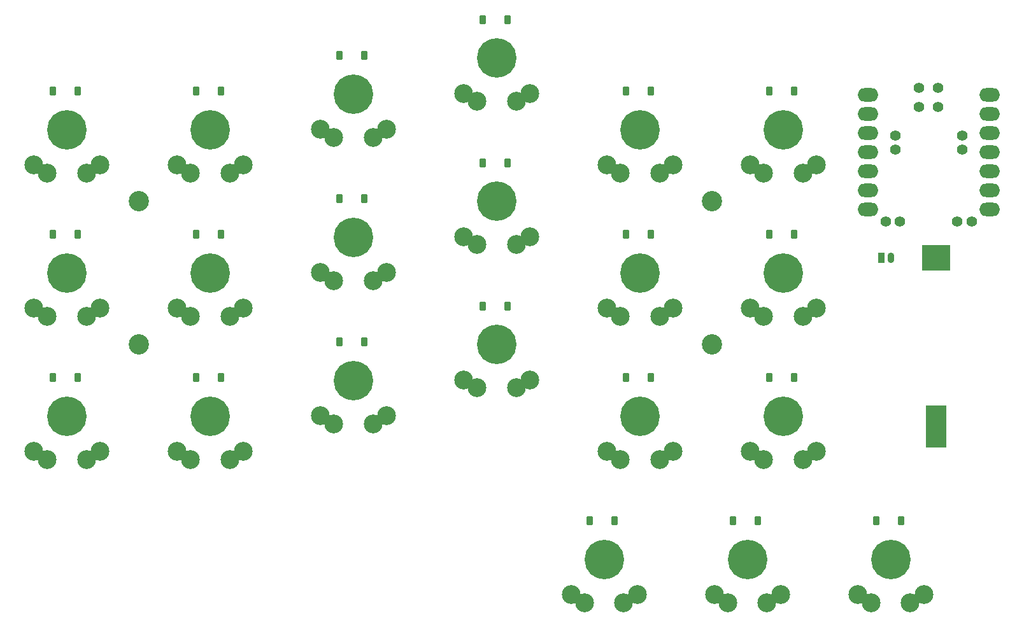
<source format=gbr>
%TF.GenerationSoftware,KiCad,Pcbnew,7.0.6*%
%TF.CreationDate,2023-09-12T11:18:07+08:00*%
%TF.ProjectId,kbv2,6b627632-2e6b-4696-9361-645f70636258,rev?*%
%TF.SameCoordinates,Original*%
%TF.FileFunction,Soldermask,Top*%
%TF.FilePolarity,Negative*%
%FSLAX46Y46*%
G04 Gerber Fmt 4.6, Leading zero omitted, Abs format (unit mm)*
G04 Created by KiCad (PCBNEW 7.0.6) date 2023-09-12 11:18:07*
%MOMM*%
%LPD*%
G01*
G04 APERTURE LIST*
G04 Aperture macros list*
%AMRoundRect*
0 Rectangle with rounded corners*
0 $1 Rounding radius*
0 $2 $3 $4 $5 $6 $7 $8 $9 X,Y pos of 4 corners*
0 Add a 4 corners polygon primitive as box body*
4,1,4,$2,$3,$4,$5,$6,$7,$8,$9,$2,$3,0*
0 Add four circle primitives for the rounded corners*
1,1,$1+$1,$2,$3*
1,1,$1+$1,$4,$5*
1,1,$1+$1,$6,$7*
1,1,$1+$1,$8,$9*
0 Add four rect primitives between the rounded corners*
20,1,$1+$1,$2,$3,$4,$5,0*
20,1,$1+$1,$4,$5,$6,$7,0*
20,1,$1+$1,$6,$7,$8,$9,0*
20,1,$1+$1,$8,$9,$2,$3,0*%
G04 Aperture macros list end*
%ADD10C,5.250000*%
%ADD11C,2.500000*%
%ADD12RoundRect,0.225000X-0.225000X-0.375000X0.225000X-0.375000X0.225000X0.375000X-0.225000X0.375000X0*%
%ADD13C,2.700000*%
%ADD14O,2.750000X1.800000*%
%ADD15C,1.397000*%
%ADD16RoundRect,0.225000X-0.225000X-0.475000X0.225000X-0.475000X0.225000X0.475000X-0.225000X0.475000X0*%
%ADD17O,0.900000X1.400000*%
%ADD18R,2.800000X5.700000*%
%ADD19R,3.800000X3.500000*%
G04 APERTURE END LIST*
D10*
%TO.C,K8*%
X155753125Y-87118750D03*
D11*
X151353125Y-91818750D03*
X153153125Y-92868750D03*
X158353125Y-92868750D03*
X160153125Y-91818750D03*
D12*
X157153125Y-81968750D03*
X153853125Y-81968750D03*
%TD*%
D10*
%TO.C,K7*%
X174803125Y-87118750D03*
D11*
X170403125Y-91818750D03*
X172203125Y-92868750D03*
X177403125Y-92868750D03*
X179203125Y-91818750D03*
D12*
X176203125Y-81968750D03*
X172903125Y-81968750D03*
%TD*%
D10*
%TO.C,K15*%
X136703125Y-96643750D03*
D11*
X132303125Y-101343750D03*
X134103125Y-102393750D03*
X139303125Y-102393750D03*
X141103125Y-101343750D03*
D12*
X138103125Y-91493750D03*
X134803125Y-91493750D03*
%TD*%
D10*
%TO.C,K19*%
X189090625Y-125218750D03*
D11*
X184690625Y-129918750D03*
X186490625Y-130968750D03*
X191690625Y-130968750D03*
X193490625Y-129918750D03*
D12*
X190490625Y-120068750D03*
X187190625Y-120068750D03*
%TD*%
D10*
%TO.C,K20*%
X170040625Y-125218750D03*
D11*
X165640625Y-129918750D03*
X167440625Y-130968750D03*
X172640625Y-130968750D03*
X174440625Y-129918750D03*
D12*
X171440625Y-120068750D03*
X168140625Y-120068750D03*
%TD*%
D13*
%TO.C,REF\u002A\u002A*%
X89078125Y-77593750D03*
%TD*%
D10*
%TO.C,K4*%
X117653125Y-63306250D03*
D11*
X113253125Y-68006250D03*
X115053125Y-69056250D03*
X120253125Y-69056250D03*
X122053125Y-68006250D03*
D12*
X119053125Y-58156250D03*
X115753125Y-58156250D03*
%TD*%
D10*
%TO.C,K13*%
X174803125Y-106168750D03*
D11*
X170403125Y-110868750D03*
X172203125Y-111918750D03*
X177403125Y-111918750D03*
X179203125Y-110868750D03*
D12*
X176203125Y-101018750D03*
X172903125Y-101018750D03*
%TD*%
D10*
%TO.C,K6*%
X79553125Y-68068750D03*
D11*
X75153125Y-72768750D03*
X76953125Y-73818750D03*
X82153125Y-73818750D03*
X83953125Y-72768750D03*
D12*
X80953125Y-62918750D03*
X77653125Y-62918750D03*
%TD*%
D10*
%TO.C,K14*%
X155753125Y-106168750D03*
D11*
X151353125Y-110868750D03*
X153153125Y-111918750D03*
X158353125Y-111918750D03*
X160153125Y-110868750D03*
D12*
X157153125Y-101018750D03*
X153853125Y-101018750D03*
%TD*%
D14*
%TO.C,U1*%
X186033165Y-63436250D03*
X186033165Y-65976250D03*
X186033165Y-68516250D03*
X186033165Y-71056250D03*
X186033165Y-73596250D03*
X186033165Y-76136250D03*
X186033165Y-78676250D03*
X202223085Y-78676250D03*
X202223085Y-76136250D03*
X202223085Y-73596250D03*
X202223085Y-71056250D03*
X202223085Y-68516250D03*
X202223085Y-65976250D03*
X202223085Y-63436250D03*
D15*
X192858125Y-62484250D03*
X195398125Y-62484250D03*
X192858125Y-65024250D03*
X195398125Y-65024250D03*
X189683125Y-70739250D03*
X198573125Y-70739250D03*
X189683125Y-68834250D03*
X198573125Y-68834250D03*
X190318125Y-80264250D03*
X197938125Y-80264250D03*
X188413125Y-80264250D03*
X199843125Y-80264250D03*
%TD*%
D10*
%TO.C,K16*%
X117653125Y-101406250D03*
D11*
X113253125Y-106106250D03*
X115053125Y-107156250D03*
X120253125Y-107156250D03*
X122053125Y-106106250D03*
D12*
X119053125Y-96256250D03*
X115753125Y-96256250D03*
%TD*%
D10*
%TO.C,K11*%
X98603125Y-87118750D03*
D11*
X94203125Y-91818750D03*
X96003125Y-92868750D03*
X101203125Y-92868750D03*
X103003125Y-91818750D03*
D12*
X100003125Y-81968750D03*
X96703125Y-81968750D03*
%TD*%
D10*
%TO.C,K10*%
X117653125Y-82356250D03*
D11*
X113253125Y-87056250D03*
X115053125Y-88106250D03*
X120253125Y-88106250D03*
X122053125Y-87056250D03*
D12*
X119053125Y-77206250D03*
X115753125Y-77206250D03*
%TD*%
D13*
%TO.C,REF\u002A\u002A*%
X165278125Y-77593750D03*
%TD*%
D10*
%TO.C,K18*%
X79553125Y-106168750D03*
D11*
X75153125Y-110868750D03*
X76953125Y-111918750D03*
X82153125Y-111918750D03*
X83953125Y-110868750D03*
D12*
X80953125Y-101018750D03*
X77653125Y-101018750D03*
%TD*%
D10*
%TO.C,K9*%
X136703125Y-77593750D03*
D11*
X132303125Y-82293750D03*
X134103125Y-83343750D03*
X139303125Y-83343750D03*
X141103125Y-82293750D03*
D12*
X138103125Y-72443750D03*
X134803125Y-72443750D03*
%TD*%
D10*
%TO.C,K2*%
X155753125Y-68068750D03*
D11*
X151353125Y-72768750D03*
X153153125Y-73818750D03*
X158353125Y-73818750D03*
X160153125Y-72768750D03*
D12*
X157153125Y-62918750D03*
X153853125Y-62918750D03*
%TD*%
D10*
%TO.C,K21*%
X150990625Y-125218750D03*
D11*
X146590625Y-129918750D03*
X148390625Y-130968750D03*
X153590625Y-130968750D03*
X155390625Y-129918750D03*
D12*
X152390625Y-120068750D03*
X149090625Y-120068750D03*
%TD*%
D13*
%TO.C,REF\u002A\u002A*%
X89078125Y-96643750D03*
%TD*%
D10*
%TO.C,K17*%
X98603125Y-106168750D03*
D11*
X94203125Y-110868750D03*
X96003125Y-111918750D03*
X101203125Y-111918750D03*
X103003125Y-110868750D03*
D12*
X100003125Y-101018750D03*
X96703125Y-101018750D03*
%TD*%
D16*
%TO.C,J1*%
X187878125Y-85056250D03*
D17*
X189128125Y-85056250D03*
%TD*%
D10*
%TO.C,K12*%
X79553125Y-87118750D03*
D11*
X75153125Y-91818750D03*
X76953125Y-92868750D03*
X82153125Y-92868750D03*
X83953125Y-91818750D03*
D12*
X80953125Y-81968750D03*
X77653125Y-81968750D03*
%TD*%
D13*
%TO.C,REF\u002A\u002A*%
X165278125Y-96643750D03*
%TD*%
D10*
%TO.C,K1*%
X174803125Y-68068750D03*
D11*
X170403125Y-72768750D03*
X172203125Y-73818750D03*
X177403125Y-73818750D03*
X179203125Y-72768750D03*
D12*
X176203125Y-62918750D03*
X172903125Y-62918750D03*
%TD*%
D18*
%TO.C,BT1*%
X195128125Y-107556250D03*
D19*
X195128125Y-85056250D03*
%TD*%
D10*
%TO.C,K5*%
X98603125Y-68068750D03*
D11*
X94203125Y-72768750D03*
X96003125Y-73818750D03*
X101203125Y-73818750D03*
X103003125Y-72768750D03*
D12*
X100003125Y-62918750D03*
X96703125Y-62918750D03*
%TD*%
D10*
%TO.C,K3*%
X136703125Y-58543750D03*
D11*
X132303125Y-63243750D03*
X134103125Y-64293750D03*
X139303125Y-64293750D03*
X141103125Y-63243750D03*
D12*
X138103125Y-53393750D03*
X134803125Y-53393750D03*
%TD*%
M02*

</source>
